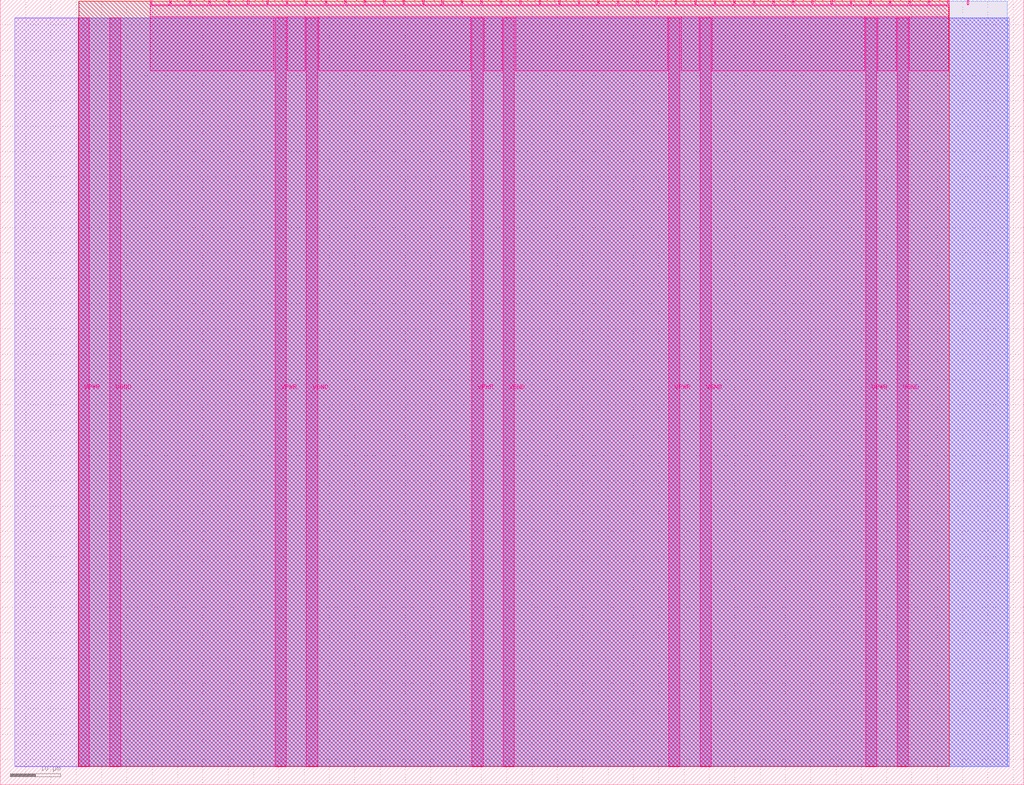
<source format=lef>
VERSION 5.7 ;
  NOWIREEXTENSIONATPIN ON ;
  DIVIDERCHAR "/" ;
  BUSBITCHARS "[]" ;
MACRO tt_um_tappu_tobias1012
  CLASS BLOCK ;
  FOREIGN tt_um_tappu_tobias1012 ;
  ORIGIN 0.000 0.000 ;
  SIZE 202.080 BY 154.980 ;
  PIN VGND
    DIRECTION INOUT ;
    USE GROUND ;
    PORT
      LAYER Metal5 ;
        RECT 21.580 3.560 23.780 151.420 ;
    END
    PORT
      LAYER Metal5 ;
        RECT 60.450 3.560 62.650 151.420 ;
    END
    PORT
      LAYER Metal5 ;
        RECT 99.320 3.560 101.520 151.420 ;
    END
    PORT
      LAYER Metal5 ;
        RECT 138.190 3.560 140.390 151.420 ;
    END
    PORT
      LAYER Metal5 ;
        RECT 177.060 3.560 179.260 151.420 ;
    END
  END VGND
  PIN VPWR
    DIRECTION INOUT ;
    USE POWER ;
    PORT
      LAYER Metal5 ;
        RECT 15.380 3.560 17.580 151.420 ;
    END
    PORT
      LAYER Metal5 ;
        RECT 54.250 3.560 56.450 151.420 ;
    END
    PORT
      LAYER Metal5 ;
        RECT 93.120 3.560 95.320 151.420 ;
    END
    PORT
      LAYER Metal5 ;
        RECT 131.990 3.560 134.190 151.420 ;
    END
    PORT
      LAYER Metal5 ;
        RECT 170.860 3.560 173.060 151.420 ;
    END
  END VPWR
  PIN clk
    DIRECTION INPUT ;
    USE SIGNAL ;
    ANTENNAGATEAREA 0.213200 ;
    PORT
      LAYER Metal5 ;
        RECT 187.050 153.980 187.350 154.980 ;
    END
  END clk
  PIN ena
    DIRECTION INPUT ;
    USE SIGNAL ;
    PORT
      LAYER Metal5 ;
        RECT 190.890 153.980 191.190 154.980 ;
    END
  END ena
  PIN rst_n
    DIRECTION INPUT ;
    USE SIGNAL ;
    ANTENNAGATEAREA 0.213200 ;
    PORT
      LAYER Metal5 ;
        RECT 183.210 153.980 183.510 154.980 ;
    END
  END rst_n
  PIN ui_in[0]
    DIRECTION INPUT ;
    USE SIGNAL ;
    PORT
      LAYER Metal5 ;
        RECT 179.370 153.980 179.670 154.980 ;
    END
  END ui_in[0]
  PIN ui_in[1]
    DIRECTION INPUT ;
    USE SIGNAL ;
    PORT
      LAYER Metal5 ;
        RECT 175.530 153.980 175.830 154.980 ;
    END
  END ui_in[1]
  PIN ui_in[2]
    DIRECTION INPUT ;
    USE SIGNAL ;
    PORT
      LAYER Metal5 ;
        RECT 171.690 153.980 171.990 154.980 ;
    END
  END ui_in[2]
  PIN ui_in[3]
    DIRECTION INPUT ;
    USE SIGNAL ;
    PORT
      LAYER Metal5 ;
        RECT 167.850 153.980 168.150 154.980 ;
    END
  END ui_in[3]
  PIN ui_in[4]
    DIRECTION INPUT ;
    USE SIGNAL ;
    PORT
      LAYER Metal5 ;
        RECT 164.010 153.980 164.310 154.980 ;
    END
  END ui_in[4]
  PIN ui_in[5]
    DIRECTION INPUT ;
    USE SIGNAL ;
    PORT
      LAYER Metal5 ;
        RECT 160.170 153.980 160.470 154.980 ;
    END
  END ui_in[5]
  PIN ui_in[6]
    DIRECTION INPUT ;
    USE SIGNAL ;
    PORT
      LAYER Metal5 ;
        RECT 156.330 153.980 156.630 154.980 ;
    END
  END ui_in[6]
  PIN ui_in[7]
    DIRECTION INPUT ;
    USE SIGNAL ;
    PORT
      LAYER Metal5 ;
        RECT 152.490 153.980 152.790 154.980 ;
    END
  END ui_in[7]
  PIN uio_in[0]
    DIRECTION INPUT ;
    USE SIGNAL ;
    PORT
      LAYER Metal5 ;
        RECT 148.650 153.980 148.950 154.980 ;
    END
  END uio_in[0]
  PIN uio_in[1]
    DIRECTION INPUT ;
    USE SIGNAL ;
    PORT
      LAYER Metal5 ;
        RECT 144.810 153.980 145.110 154.980 ;
    END
  END uio_in[1]
  PIN uio_in[2]
    DIRECTION INPUT ;
    USE SIGNAL ;
    PORT
      LAYER Metal5 ;
        RECT 140.970 153.980 141.270 154.980 ;
    END
  END uio_in[2]
  PIN uio_in[3]
    DIRECTION INPUT ;
    USE SIGNAL ;
    PORT
      LAYER Metal5 ;
        RECT 137.130 153.980 137.430 154.980 ;
    END
  END uio_in[3]
  PIN uio_in[4]
    DIRECTION INPUT ;
    USE SIGNAL ;
    PORT
      LAYER Metal5 ;
        RECT 133.290 153.980 133.590 154.980 ;
    END
  END uio_in[4]
  PIN uio_in[5]
    DIRECTION INPUT ;
    USE SIGNAL ;
    PORT
      LAYER Metal5 ;
        RECT 129.450 153.980 129.750 154.980 ;
    END
  END uio_in[5]
  PIN uio_in[6]
    DIRECTION INPUT ;
    USE SIGNAL ;
    PORT
      LAYER Metal5 ;
        RECT 125.610 153.980 125.910 154.980 ;
    END
  END uio_in[6]
  PIN uio_in[7]
    DIRECTION INPUT ;
    USE SIGNAL ;
    PORT
      LAYER Metal5 ;
        RECT 121.770 153.980 122.070 154.980 ;
    END
  END uio_in[7]
  PIN uio_oe[0]
    DIRECTION OUTPUT ;
    USE SIGNAL ;
    ANTENNADIFFAREA 0.299200 ;
    PORT
      LAYER Metal5 ;
        RECT 56.490 153.980 56.790 154.980 ;
    END
  END uio_oe[0]
  PIN uio_oe[1]
    DIRECTION OUTPUT ;
    USE SIGNAL ;
    ANTENNADIFFAREA 0.299200 ;
    PORT
      LAYER Metal5 ;
        RECT 52.650 153.980 52.950 154.980 ;
    END
  END uio_oe[1]
  PIN uio_oe[2]
    DIRECTION OUTPUT ;
    USE SIGNAL ;
    ANTENNADIFFAREA 0.299200 ;
    PORT
      LAYER Metal5 ;
        RECT 48.810 153.980 49.110 154.980 ;
    END
  END uio_oe[2]
  PIN uio_oe[3]
    DIRECTION OUTPUT ;
    USE SIGNAL ;
    ANTENNADIFFAREA 0.299200 ;
    PORT
      LAYER Metal5 ;
        RECT 44.970 153.980 45.270 154.980 ;
    END
  END uio_oe[3]
  PIN uio_oe[4]
    DIRECTION OUTPUT ;
    USE SIGNAL ;
    ANTENNADIFFAREA 0.299200 ;
    PORT
      LAYER Metal5 ;
        RECT 41.130 153.980 41.430 154.980 ;
    END
  END uio_oe[4]
  PIN uio_oe[5]
    DIRECTION OUTPUT ;
    USE SIGNAL ;
    ANTENNADIFFAREA 0.299200 ;
    PORT
      LAYER Metal5 ;
        RECT 37.290 153.980 37.590 154.980 ;
    END
  END uio_oe[5]
  PIN uio_oe[6]
    DIRECTION OUTPUT ;
    USE SIGNAL ;
    ANTENNADIFFAREA 0.299200 ;
    PORT
      LAYER Metal5 ;
        RECT 33.450 153.980 33.750 154.980 ;
    END
  END uio_oe[6]
  PIN uio_oe[7]
    DIRECTION OUTPUT ;
    USE SIGNAL ;
    ANTENNADIFFAREA 0.299200 ;
    PORT
      LAYER Metal5 ;
        RECT 29.610 153.980 29.910 154.980 ;
    END
  END uio_oe[7]
  PIN uio_out[0]
    DIRECTION OUTPUT ;
    USE SIGNAL ;
    ANTENNADIFFAREA 0.299200 ;
    PORT
      LAYER Metal5 ;
        RECT 87.210 153.980 87.510 154.980 ;
    END
  END uio_out[0]
  PIN uio_out[1]
    DIRECTION OUTPUT ;
    USE SIGNAL ;
    ANTENNADIFFAREA 0.299200 ;
    PORT
      LAYER Metal5 ;
        RECT 83.370 153.980 83.670 154.980 ;
    END
  END uio_out[1]
  PIN uio_out[2]
    DIRECTION OUTPUT ;
    USE SIGNAL ;
    ANTENNADIFFAREA 0.299200 ;
    PORT
      LAYER Metal5 ;
        RECT 79.530 153.980 79.830 154.980 ;
    END
  END uio_out[2]
  PIN uio_out[3]
    DIRECTION OUTPUT ;
    USE SIGNAL ;
    ANTENNADIFFAREA 0.299200 ;
    PORT
      LAYER Metal5 ;
        RECT 75.690 153.980 75.990 154.980 ;
    END
  END uio_out[3]
  PIN uio_out[4]
    DIRECTION OUTPUT ;
    USE SIGNAL ;
    ANTENNADIFFAREA 0.299200 ;
    PORT
      LAYER Metal5 ;
        RECT 71.850 153.980 72.150 154.980 ;
    END
  END uio_out[4]
  PIN uio_out[5]
    DIRECTION OUTPUT ;
    USE SIGNAL ;
    ANTENNADIFFAREA 0.299200 ;
    PORT
      LAYER Metal5 ;
        RECT 68.010 153.980 68.310 154.980 ;
    END
  END uio_out[5]
  PIN uio_out[6]
    DIRECTION OUTPUT ;
    USE SIGNAL ;
    ANTENNADIFFAREA 0.299200 ;
    PORT
      LAYER Metal5 ;
        RECT 64.170 153.980 64.470 154.980 ;
    END
  END uio_out[6]
  PIN uio_out[7]
    DIRECTION OUTPUT ;
    USE SIGNAL ;
    ANTENNADIFFAREA 0.299200 ;
    PORT
      LAYER Metal5 ;
        RECT 60.330 153.980 60.630 154.980 ;
    END
  END uio_out[7]
  PIN uo_out[0]
    DIRECTION OUTPUT ;
    USE SIGNAL ;
    ANTENNAGATEAREA 0.109200 ;
    ANTENNADIFFAREA 0.632400 ;
    PORT
      LAYER Metal5 ;
        RECT 117.930 153.980 118.230 154.980 ;
    END
  END uo_out[0]
  PIN uo_out[1]
    DIRECTION OUTPUT ;
    USE SIGNAL ;
    ANTENNAGATEAREA 0.109200 ;
    ANTENNADIFFAREA 0.632400 ;
    PORT
      LAYER Metal5 ;
        RECT 114.090 153.980 114.390 154.980 ;
    END
  END uo_out[1]
  PIN uo_out[2]
    DIRECTION OUTPUT ;
    USE SIGNAL ;
    ANTENNAGATEAREA 0.109200 ;
    ANTENNADIFFAREA 0.632400 ;
    PORT
      LAYER Metal5 ;
        RECT 110.250 153.980 110.550 154.980 ;
    END
  END uo_out[2]
  PIN uo_out[3]
    DIRECTION OUTPUT ;
    USE SIGNAL ;
    ANTENNAGATEAREA 0.109200 ;
    ANTENNADIFFAREA 0.632400 ;
    PORT
      LAYER Metal5 ;
        RECT 106.410 153.980 106.710 154.980 ;
    END
  END uo_out[3]
  PIN uo_out[4]
    DIRECTION OUTPUT ;
    USE SIGNAL ;
    ANTENNAGATEAREA 0.109200 ;
    ANTENNADIFFAREA 0.632400 ;
    PORT
      LAYER Metal5 ;
        RECT 102.570 153.980 102.870 154.980 ;
    END
  END uo_out[4]
  PIN uo_out[5]
    DIRECTION OUTPUT ;
    USE SIGNAL ;
    ANTENNAGATEAREA 0.109200 ;
    ANTENNADIFFAREA 0.632400 ;
    PORT
      LAYER Metal5 ;
        RECT 98.730 153.980 99.030 154.980 ;
    END
  END uo_out[5]
  PIN uo_out[6]
    DIRECTION OUTPUT ;
    USE SIGNAL ;
    ANTENNAGATEAREA 0.109200 ;
    ANTENNADIFFAREA 0.632400 ;
    PORT
      LAYER Metal5 ;
        RECT 94.890 153.980 95.190 154.980 ;
    END
  END uo_out[6]
  PIN uo_out[7]
    DIRECTION OUTPUT ;
    USE SIGNAL ;
    ANTENNAGATEAREA 0.109200 ;
    ANTENNADIFFAREA 0.632400 ;
    PORT
      LAYER Metal5 ;
        RECT 91.050 153.980 91.350 154.980 ;
    END
  END uo_out[7]
  OBS
      LAYER GatPoly ;
        RECT 2.880 3.630 199.200 151.350 ;
      LAYER Metal1 ;
        RECT 2.880 3.560 199.200 151.420 ;
      LAYER Metal2 ;
        RECT 15.515 3.680 198.865 151.300 ;
      LAYER Metal3 ;
        RECT 15.560 3.635 198.820 154.705 ;
      LAYER Metal4 ;
        RECT 15.515 3.680 187.345 154.660 ;
      LAYER Metal5 ;
        RECT 30.120 153.770 33.240 153.980 ;
        RECT 33.960 153.770 37.080 153.980 ;
        RECT 37.800 153.770 40.920 153.980 ;
        RECT 41.640 153.770 44.760 153.980 ;
        RECT 45.480 153.770 48.600 153.980 ;
        RECT 49.320 153.770 52.440 153.980 ;
        RECT 53.160 153.770 56.280 153.980 ;
        RECT 57.000 153.770 60.120 153.980 ;
        RECT 60.840 153.770 63.960 153.980 ;
        RECT 64.680 153.770 67.800 153.980 ;
        RECT 68.520 153.770 71.640 153.980 ;
        RECT 72.360 153.770 75.480 153.980 ;
        RECT 76.200 153.770 79.320 153.980 ;
        RECT 80.040 153.770 83.160 153.980 ;
        RECT 83.880 153.770 87.000 153.980 ;
        RECT 87.720 153.770 90.840 153.980 ;
        RECT 91.560 153.770 94.680 153.980 ;
        RECT 95.400 153.770 98.520 153.980 ;
        RECT 99.240 153.770 102.360 153.980 ;
        RECT 103.080 153.770 106.200 153.980 ;
        RECT 106.920 153.770 110.040 153.980 ;
        RECT 110.760 153.770 113.880 153.980 ;
        RECT 114.600 153.770 117.720 153.980 ;
        RECT 118.440 153.770 121.560 153.980 ;
        RECT 122.280 153.770 125.400 153.980 ;
        RECT 126.120 153.770 129.240 153.980 ;
        RECT 129.960 153.770 133.080 153.980 ;
        RECT 133.800 153.770 136.920 153.980 ;
        RECT 137.640 153.770 140.760 153.980 ;
        RECT 141.480 153.770 144.600 153.980 ;
        RECT 145.320 153.770 148.440 153.980 ;
        RECT 149.160 153.770 152.280 153.980 ;
        RECT 153.000 153.770 156.120 153.980 ;
        RECT 156.840 153.770 159.960 153.980 ;
        RECT 160.680 153.770 163.800 153.980 ;
        RECT 164.520 153.770 167.640 153.980 ;
        RECT 168.360 153.770 171.480 153.980 ;
        RECT 172.200 153.770 175.320 153.980 ;
        RECT 176.040 153.770 179.160 153.980 ;
        RECT 179.880 153.770 183.000 153.980 ;
        RECT 183.720 153.770 186.840 153.980 ;
        RECT 29.660 151.630 187.300 153.770 ;
        RECT 29.660 140.975 54.040 151.630 ;
        RECT 56.660 140.975 60.240 151.630 ;
        RECT 62.860 140.975 92.910 151.630 ;
        RECT 95.530 140.975 99.110 151.630 ;
        RECT 101.730 140.975 131.780 151.630 ;
        RECT 134.400 140.975 137.980 151.630 ;
        RECT 140.600 140.975 170.650 151.630 ;
        RECT 173.270 140.975 176.850 151.630 ;
        RECT 179.470 140.975 187.300 151.630 ;
  END
END tt_um_tappu_tobias1012
END LIBRARY


</source>
